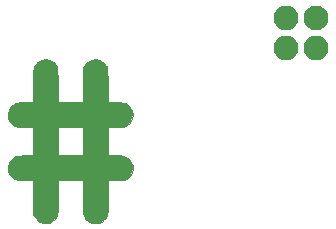
<source format=gbr>
G04 #@! TF.FileFunction,Soldermask,Top*
%FSLAX46Y46*%
G04 Gerber Fmt 4.6, Leading zero omitted, Abs format (unit mm)*
G04 Created by KiCad (PCBNEW 4.0.7) date 07/12/18 16:26:43*
%MOMM*%
%LPD*%
G01*
G04 APERTURE LIST*
%ADD10C,0.100000*%
%ADD11C,0.010000*%
%ADD12C,2.100000*%
%ADD13O,2.100000X2.100000*%
G04 APERTURE END LIST*
D10*
D11*
G36*
X111327377Y-87504316D02*
X111537362Y-87590860D01*
X111747907Y-87747601D01*
X111757399Y-87756122D01*
X111838724Y-87829888D01*
X111904917Y-87895775D01*
X111957669Y-87963111D01*
X111998668Y-88041225D01*
X112029605Y-88139445D01*
X112052169Y-88267102D01*
X112068050Y-88433523D01*
X112078938Y-88648037D01*
X112086521Y-88919974D01*
X112092490Y-89258662D01*
X112098000Y-89636667D01*
X112119167Y-91097167D01*
X114214667Y-91119813D01*
X114214667Y-89750781D01*
X114215338Y-89354653D01*
X114217610Y-89033903D01*
X114221866Y-88779249D01*
X114228492Y-88581409D01*
X114237873Y-88431105D01*
X114250394Y-88319053D01*
X114266441Y-88235974D01*
X114279348Y-88191920D01*
X114406900Y-87932294D01*
X114584982Y-87730487D01*
X114801320Y-87587538D01*
X115043638Y-87504484D01*
X115299664Y-87482363D01*
X115557124Y-87522213D01*
X115803742Y-87625072D01*
X116027246Y-87791978D01*
X116215361Y-88023969D01*
X116217882Y-88028000D01*
X116242613Y-88070670D01*
X116262671Y-88117200D01*
X116278703Y-88176789D01*
X116291358Y-88258638D01*
X116301286Y-88371945D01*
X116309134Y-88525910D01*
X116315553Y-88729733D01*
X116321190Y-88992614D01*
X116326695Y-89323751D01*
X116331334Y-89636667D01*
X116352500Y-91097167D01*
X117051000Y-91118334D01*
X117337449Y-91128611D01*
X117554774Y-91142644D01*
X117718516Y-91164886D01*
X117844214Y-91199791D01*
X117947410Y-91251814D01*
X118043644Y-91325409D01*
X118148454Y-91425029D01*
X118159442Y-91436028D01*
X118330205Y-91644749D01*
X118427891Y-91864457D01*
X118462953Y-92119960D01*
X118463458Y-92157488D01*
X118425159Y-92452849D01*
X118310836Y-92712959D01*
X118122871Y-92932683D01*
X118091501Y-92959367D01*
X117960226Y-93060342D01*
X117838749Y-93133409D01*
X117709449Y-93182973D01*
X117554703Y-93213438D01*
X117356891Y-93229211D01*
X117098390Y-93234696D01*
X116988860Y-93235000D01*
X116373667Y-93235000D01*
X116373667Y-95605667D01*
X116913417Y-95606702D01*
X117138969Y-95610563D01*
X117352261Y-95620304D01*
X117529024Y-95634446D01*
X117643667Y-95651205D01*
X117900385Y-95751094D01*
X118126862Y-95918482D01*
X118307454Y-96137470D01*
X118426520Y-96392161D01*
X118446611Y-96467302D01*
X118464132Y-96728691D01*
X118409318Y-96993729D01*
X118291126Y-97242404D01*
X118118515Y-97454705D01*
X117945995Y-97585655D01*
X117869958Y-97628268D01*
X117798858Y-97659221D01*
X117717230Y-97680729D01*
X117609607Y-97695006D01*
X117460523Y-97704265D01*
X117254512Y-97710723D01*
X117040417Y-97715318D01*
X116331334Y-97729470D01*
X116331334Y-99145428D01*
X116331130Y-99551488D01*
X116329516Y-99882519D01*
X116324983Y-100148159D01*
X116316024Y-100358044D01*
X116301132Y-100521813D01*
X116278799Y-100649102D01*
X116247517Y-100749550D01*
X116205780Y-100832793D01*
X116152080Y-100908470D01*
X116084910Y-100986218D01*
X116034888Y-101040718D01*
X115812198Y-101225164D01*
X115559694Y-101338163D01*
X115291954Y-101379652D01*
X115023553Y-101349567D01*
X114769067Y-101247846D01*
X114543071Y-101074425D01*
X114517174Y-101047295D01*
X114440084Y-100959261D01*
X114377285Y-100872638D01*
X114327322Y-100777905D01*
X114288738Y-100665540D01*
X114260078Y-100526025D01*
X114239885Y-100349838D01*
X114226704Y-100127460D01*
X114219078Y-99849369D01*
X114215551Y-99506046D01*
X114214668Y-99087970D01*
X114214667Y-99069317D01*
X114214667Y-97722334D01*
X112098000Y-97722334D01*
X112098000Y-99141860D01*
X112097731Y-99546855D01*
X112096046Y-99876907D01*
X112091634Y-100141741D01*
X112083179Y-100351079D01*
X112069370Y-100514646D01*
X112048893Y-100642166D01*
X112020434Y-100743361D01*
X111982679Y-100827957D01*
X111934316Y-100905677D01*
X111874032Y-100986245D01*
X111843682Y-101024735D01*
X111652678Y-101200645D01*
X111412348Y-101319917D01*
X111141397Y-101376310D01*
X110858533Y-101363582D01*
X110838919Y-101359970D01*
X110615709Y-101279835D01*
X110400897Y-101137394D01*
X110222015Y-100952815D01*
X110162243Y-100864233D01*
X110044834Y-100664500D01*
X110032208Y-99193417D01*
X110019583Y-97722334D01*
X109391947Y-97722334D01*
X109030833Y-97713500D01*
X108741369Y-97683822D01*
X108512079Y-97628532D01*
X108331489Y-97542863D01*
X108188122Y-97422047D01*
X108070502Y-97261319D01*
X108009646Y-97148108D01*
X107912015Y-96859985D01*
X107897104Y-96571933D01*
X107963639Y-96293562D01*
X108110346Y-96034484D01*
X108166288Y-95965944D01*
X108280650Y-95849530D01*
X108400941Y-95762344D01*
X108542027Y-95699904D01*
X108718778Y-95657727D01*
X108946059Y-95631331D01*
X109238739Y-95616235D01*
X109335750Y-95613388D01*
X109981334Y-95596620D01*
X109981334Y-93235000D01*
X112098000Y-93235000D01*
X112098000Y-95605667D01*
X114214667Y-95605667D01*
X114214667Y-93235000D01*
X112098000Y-93235000D01*
X109981334Y-93235000D01*
X109981334Y-93192667D01*
X109314584Y-93191737D01*
X109011571Y-93188015D01*
X108777940Y-93175144D01*
X108598563Y-93149136D01*
X108458311Y-93106003D01*
X108342058Y-93041754D01*
X108234674Y-92952402D01*
X108173729Y-92890920D01*
X108018110Y-92679120D01*
X107929445Y-92435610D01*
X107901709Y-92148192D01*
X107936933Y-91848553D01*
X108043101Y-91594912D01*
X108220948Y-91386136D01*
X108471214Y-91221092D01*
X108520834Y-91197384D01*
X108601609Y-91166781D01*
X108698226Y-91145166D01*
X108826301Y-91131081D01*
X109001452Y-91123066D01*
X109239294Y-91119663D01*
X109356917Y-91119263D01*
X110023667Y-91118334D01*
X110024597Y-89689584D01*
X110025141Y-89276012D01*
X110027311Y-88937675D01*
X110032793Y-88665137D01*
X110043278Y-88448966D01*
X110060454Y-88279728D01*
X110086010Y-88147990D01*
X110121636Y-88044318D01*
X110169020Y-87959280D01*
X110229851Y-87883441D01*
X110305818Y-87807369D01*
X110372678Y-87745464D01*
X110578365Y-87593435D01*
X110802364Y-87507422D01*
X111069860Y-87478082D01*
X111093943Y-87477903D01*
X111327377Y-87504316D01*
X111327377Y-87504316D01*
G37*
X111327377Y-87504316D02*
X111537362Y-87590860D01*
X111747907Y-87747601D01*
X111757399Y-87756122D01*
X111838724Y-87829888D01*
X111904917Y-87895775D01*
X111957669Y-87963111D01*
X111998668Y-88041225D01*
X112029605Y-88139445D01*
X112052169Y-88267102D01*
X112068050Y-88433523D01*
X112078938Y-88648037D01*
X112086521Y-88919974D01*
X112092490Y-89258662D01*
X112098000Y-89636667D01*
X112119167Y-91097167D01*
X114214667Y-91119813D01*
X114214667Y-89750781D01*
X114215338Y-89354653D01*
X114217610Y-89033903D01*
X114221866Y-88779249D01*
X114228492Y-88581409D01*
X114237873Y-88431105D01*
X114250394Y-88319053D01*
X114266441Y-88235974D01*
X114279348Y-88191920D01*
X114406900Y-87932294D01*
X114584982Y-87730487D01*
X114801320Y-87587538D01*
X115043638Y-87504484D01*
X115299664Y-87482363D01*
X115557124Y-87522213D01*
X115803742Y-87625072D01*
X116027246Y-87791978D01*
X116215361Y-88023969D01*
X116217882Y-88028000D01*
X116242613Y-88070670D01*
X116262671Y-88117200D01*
X116278703Y-88176789D01*
X116291358Y-88258638D01*
X116301286Y-88371945D01*
X116309134Y-88525910D01*
X116315553Y-88729733D01*
X116321190Y-88992614D01*
X116326695Y-89323751D01*
X116331334Y-89636667D01*
X116352500Y-91097167D01*
X117051000Y-91118334D01*
X117337449Y-91128611D01*
X117554774Y-91142644D01*
X117718516Y-91164886D01*
X117844214Y-91199791D01*
X117947410Y-91251814D01*
X118043644Y-91325409D01*
X118148454Y-91425029D01*
X118159442Y-91436028D01*
X118330205Y-91644749D01*
X118427891Y-91864457D01*
X118462953Y-92119960D01*
X118463458Y-92157488D01*
X118425159Y-92452849D01*
X118310836Y-92712959D01*
X118122871Y-92932683D01*
X118091501Y-92959367D01*
X117960226Y-93060342D01*
X117838749Y-93133409D01*
X117709449Y-93182973D01*
X117554703Y-93213438D01*
X117356891Y-93229211D01*
X117098390Y-93234696D01*
X116988860Y-93235000D01*
X116373667Y-93235000D01*
X116373667Y-95605667D01*
X116913417Y-95606702D01*
X117138969Y-95610563D01*
X117352261Y-95620304D01*
X117529024Y-95634446D01*
X117643667Y-95651205D01*
X117900385Y-95751094D01*
X118126862Y-95918482D01*
X118307454Y-96137470D01*
X118426520Y-96392161D01*
X118446611Y-96467302D01*
X118464132Y-96728691D01*
X118409318Y-96993729D01*
X118291126Y-97242404D01*
X118118515Y-97454705D01*
X117945995Y-97585655D01*
X117869958Y-97628268D01*
X117798858Y-97659221D01*
X117717230Y-97680729D01*
X117609607Y-97695006D01*
X117460523Y-97704265D01*
X117254512Y-97710723D01*
X117040417Y-97715318D01*
X116331334Y-97729470D01*
X116331334Y-99145428D01*
X116331130Y-99551488D01*
X116329516Y-99882519D01*
X116324983Y-100148159D01*
X116316024Y-100358044D01*
X116301132Y-100521813D01*
X116278799Y-100649102D01*
X116247517Y-100749550D01*
X116205780Y-100832793D01*
X116152080Y-100908470D01*
X116084910Y-100986218D01*
X116034888Y-101040718D01*
X115812198Y-101225164D01*
X115559694Y-101338163D01*
X115291954Y-101379652D01*
X115023553Y-101349567D01*
X114769067Y-101247846D01*
X114543071Y-101074425D01*
X114517174Y-101047295D01*
X114440084Y-100959261D01*
X114377285Y-100872638D01*
X114327322Y-100777905D01*
X114288738Y-100665540D01*
X114260078Y-100526025D01*
X114239885Y-100349838D01*
X114226704Y-100127460D01*
X114219078Y-99849369D01*
X114215551Y-99506046D01*
X114214668Y-99087970D01*
X114214667Y-99069317D01*
X114214667Y-97722334D01*
X112098000Y-97722334D01*
X112098000Y-99141860D01*
X112097731Y-99546855D01*
X112096046Y-99876907D01*
X112091634Y-100141741D01*
X112083179Y-100351079D01*
X112069370Y-100514646D01*
X112048893Y-100642166D01*
X112020434Y-100743361D01*
X111982679Y-100827957D01*
X111934316Y-100905677D01*
X111874032Y-100986245D01*
X111843682Y-101024735D01*
X111652678Y-101200645D01*
X111412348Y-101319917D01*
X111141397Y-101376310D01*
X110858533Y-101363582D01*
X110838919Y-101359970D01*
X110615709Y-101279835D01*
X110400897Y-101137394D01*
X110222015Y-100952815D01*
X110162243Y-100864233D01*
X110044834Y-100664500D01*
X110032208Y-99193417D01*
X110019583Y-97722334D01*
X109391947Y-97722334D01*
X109030833Y-97713500D01*
X108741369Y-97683822D01*
X108512079Y-97628532D01*
X108331489Y-97542863D01*
X108188122Y-97422047D01*
X108070502Y-97261319D01*
X108009646Y-97148108D01*
X107912015Y-96859985D01*
X107897104Y-96571933D01*
X107963639Y-96293562D01*
X108110346Y-96034484D01*
X108166288Y-95965944D01*
X108280650Y-95849530D01*
X108400941Y-95762344D01*
X108542027Y-95699904D01*
X108718778Y-95657727D01*
X108946059Y-95631331D01*
X109238739Y-95616235D01*
X109335750Y-95613388D01*
X109981334Y-95596620D01*
X109981334Y-93235000D01*
X112098000Y-93235000D01*
X112098000Y-95605667D01*
X114214667Y-95605667D01*
X114214667Y-93235000D01*
X112098000Y-93235000D01*
X109981334Y-93235000D01*
X109981334Y-93192667D01*
X109314584Y-93191737D01*
X109011571Y-93188015D01*
X108777940Y-93175144D01*
X108598563Y-93149136D01*
X108458311Y-93106003D01*
X108342058Y-93041754D01*
X108234674Y-92952402D01*
X108173729Y-92890920D01*
X108018110Y-92679120D01*
X107929445Y-92435610D01*
X107901709Y-92148192D01*
X107936933Y-91848553D01*
X108043101Y-91594912D01*
X108220948Y-91386136D01*
X108471214Y-91221092D01*
X108520834Y-91197384D01*
X108601609Y-91166781D01*
X108698226Y-91145166D01*
X108826301Y-91131081D01*
X109001452Y-91123066D01*
X109239294Y-91119663D01*
X109356917Y-91119263D01*
X110023667Y-91118334D01*
X110024597Y-89689584D01*
X110025141Y-89276012D01*
X110027311Y-88937675D01*
X110032793Y-88665137D01*
X110043278Y-88448966D01*
X110060454Y-88279728D01*
X110086010Y-88147990D01*
X110121636Y-88044318D01*
X110169020Y-87959280D01*
X110229851Y-87883441D01*
X110305818Y-87807369D01*
X110372678Y-87745464D01*
X110578365Y-87593435D01*
X110802364Y-87507422D01*
X111069860Y-87478082D01*
X111093943Y-87477903D01*
X111327377Y-87504316D01*
D12*
X133930000Y-83990000D03*
D13*
X133930000Y-86530000D03*
X131390000Y-83990000D03*
X131390000Y-86530000D03*
M02*

</source>
